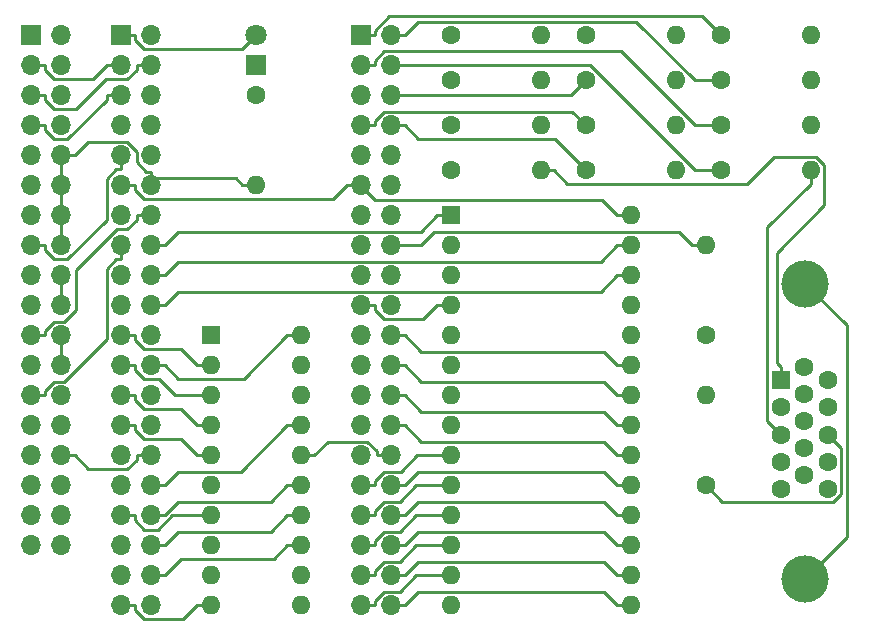
<source format=gbr>
G04 #@! TF.GenerationSoftware,KiCad,Pcbnew,5.0.2-1.fc29*
G04 #@! TF.CreationDate,2019-02-04T20:54:41+00:00*
G04 #@! TF.ProjectId,daughter,64617567-6874-4657-922e-6b696361645f,rev?*
G04 #@! TF.SameCoordinates,Original*
G04 #@! TF.FileFunction,Copper,L1,Top*
G04 #@! TF.FilePolarity,Positive*
%FSLAX46Y46*%
G04 Gerber Fmt 4.6, Leading zero omitted, Abs format (unit mm)*
G04 Created by KiCad (PCBNEW 5.0.2-1.fc29) date Mon 04 Feb 2019 20:54:41 GMT*
%MOMM*%
%LPD*%
G01*
G04 APERTURE LIST*
G04 #@! TA.AperFunction,ComponentPad*
%ADD10C,1.600000*%
G04 #@! TD*
G04 #@! TA.AperFunction,ComponentPad*
%ADD11O,1.600000X1.600000*%
G04 #@! TD*
G04 #@! TA.AperFunction,ComponentPad*
%ADD12R,1.600000X1.600000*%
G04 #@! TD*
G04 #@! TA.AperFunction,ComponentPad*
%ADD13R,1.700000X1.700000*%
G04 #@! TD*
G04 #@! TA.AperFunction,ComponentPad*
%ADD14O,1.700000X1.700000*%
G04 #@! TD*
G04 #@! TA.AperFunction,ComponentPad*
%ADD15C,4.000000*%
G04 #@! TD*
G04 #@! TA.AperFunction,ComponentPad*
%ADD16R,1.800000X1.800000*%
G04 #@! TD*
G04 #@! TA.AperFunction,ComponentPad*
%ADD17C,1.800000*%
G04 #@! TD*
G04 #@! TA.AperFunction,Conductor*
%ADD18C,0.250000*%
G04 #@! TD*
G04 APERTURE END LIST*
D10*
G04 #@! TO.P,R14,1*
G04 #@! TO.N,Net-(J5-Pad14)*
X133350000Y-120650000D03*
D11*
G04 #@! TO.P,R14,2*
G04 #@! TO.N,/VSYNC*
X133350000Y-113030000D03*
G04 #@! TD*
G04 #@! TO.P,R11,2*
G04 #@! TO.N,/B*
X142240000Y-99060000D03*
D10*
G04 #@! TO.P,R11,1*
G04 #@! TO.N,/B1*
X134620000Y-99060000D03*
G04 #@! TD*
G04 #@! TO.P,R5,1*
G04 #@! TO.N,/G3*
X123190000Y-106680000D03*
D11*
G04 #@! TO.P,R5,2*
G04 #@! TO.N,/G*
X130810000Y-106680000D03*
G04 #@! TD*
D10*
G04 #@! TO.P,R3,1*
G04 #@! TO.N,/R1*
X111760000Y-99060000D03*
D11*
G04 #@! TO.P,R3,2*
G04 #@! TO.N,/R*
X119380000Y-99060000D03*
G04 #@! TD*
G04 #@! TO.P,R4,2*
G04 #@! TO.N,/R*
X119380000Y-95250000D03*
D10*
G04 #@! TO.P,R4,1*
G04 #@! TO.N,/R0*
X111760000Y-95250000D03*
G04 #@! TD*
D12*
G04 #@! TO.P,U1,1*
G04 #@! TO.N,/A15*
X111760000Y-110490000D03*
D11*
G04 #@! TO.P,U1,15*
G04 #@! TO.N,/D3*
X127000000Y-143510000D03*
G04 #@! TO.P,U1,2*
G04 #@! TO.N,/A12*
X111760000Y-113030000D03*
G04 #@! TO.P,U1,16*
G04 #@! TO.N,/D4*
X127000000Y-140970000D03*
G04 #@! TO.P,U1,3*
G04 #@! TO.N,/A7*
X111760000Y-115570000D03*
G04 #@! TO.P,U1,17*
G04 #@! TO.N,/D5*
X127000000Y-138430000D03*
G04 #@! TO.P,U1,4*
G04 #@! TO.N,/A6*
X111760000Y-118110000D03*
G04 #@! TO.P,U1,18*
G04 #@! TO.N,/D6*
X127000000Y-135890000D03*
G04 #@! TO.P,U1,5*
G04 #@! TO.N,/A5*
X111760000Y-120650000D03*
G04 #@! TO.P,U1,19*
G04 #@! TO.N,/D7*
X127000000Y-133350000D03*
G04 #@! TO.P,U1,6*
G04 #@! TO.N,/A4*
X111760000Y-123190000D03*
G04 #@! TO.P,U1,20*
G04 #@! TO.N,/CE_n*
X127000000Y-130810000D03*
G04 #@! TO.P,U1,7*
G04 #@! TO.N,/A3*
X111760000Y-125730000D03*
G04 #@! TO.P,U1,21*
G04 #@! TO.N,/A10*
X127000000Y-128270000D03*
G04 #@! TO.P,U1,8*
G04 #@! TO.N,/A2*
X111760000Y-128270000D03*
G04 #@! TO.P,U1,22*
G04 #@! TO.N,/OE_n*
X127000000Y-125730000D03*
G04 #@! TO.P,U1,9*
G04 #@! TO.N,/A1*
X111760000Y-130810000D03*
G04 #@! TO.P,U1,23*
G04 #@! TO.N,/A11*
X127000000Y-123190000D03*
G04 #@! TO.P,U1,10*
G04 #@! TO.N,/A0*
X111760000Y-133350000D03*
G04 #@! TO.P,U1,24*
G04 #@! TO.N,/A9*
X127000000Y-120650000D03*
G04 #@! TO.P,U1,11*
G04 #@! TO.N,/D0*
X111760000Y-135890000D03*
G04 #@! TO.P,U1,25*
G04 #@! TO.N,/A8*
X127000000Y-118110000D03*
G04 #@! TO.P,U1,12*
G04 #@! TO.N,/D1*
X111760000Y-138430000D03*
G04 #@! TO.P,U1,26*
G04 #@! TO.N,/A13*
X127000000Y-115570000D03*
G04 #@! TO.P,U1,13*
G04 #@! TO.N,/D2*
X111760000Y-140970000D03*
G04 #@! TO.P,U1,27*
G04 #@! TO.N,/A14*
X127000000Y-113030000D03*
G04 #@! TO.P,U1,14*
G04 #@! TO.N,/0V*
X111760000Y-143510000D03*
G04 #@! TO.P,U1,28*
G04 #@! TO.N,/5V*
X127000000Y-110490000D03*
G04 #@! TD*
G04 #@! TO.P,R6,2*
G04 #@! TO.N,/G*
X130810000Y-102870000D03*
D10*
G04 #@! TO.P,R6,1*
G04 #@! TO.N,/G2*
X123190000Y-102870000D03*
G04 #@! TD*
G04 #@! TO.P,R10,1*
G04 #@! TO.N,/B2*
X134620000Y-102870000D03*
D11*
G04 #@! TO.P,R10,2*
G04 #@! TO.N,/B*
X142240000Y-102870000D03*
G04 #@! TD*
D12*
G04 #@! TO.P,J1,1*
G04 #@! TO.N,/POT0*
X91440000Y-120650000D03*
D11*
G04 #@! TO.P,J1,11*
G04 #@! TO.N,/5V*
X99060000Y-143510000D03*
G04 #@! TO.P,J1,2*
G04 #@! TO.N,/POT2*
X91440000Y-123190000D03*
G04 #@! TO.P,J1,12*
G04 #@! TO.N,/PIN7*
X99060000Y-140970000D03*
G04 #@! TO.P,J1,3*
G04 #@! TO.N,/POT4*
X91440000Y-125730000D03*
G04 #@! TO.P,J1,13*
G04 #@! TO.N,/PIN5*
X99060000Y-138430000D03*
G04 #@! TO.P,J1,4*
G04 #@! TO.N,/POT6*
X91440000Y-128270000D03*
G04 #@! TO.P,J1,14*
G04 #@! TO.N,/PIN3*
X99060000Y-135890000D03*
G04 #@! TO.P,J1,5*
G04 #@! TO.N,/OTSTB_n*
X91440000Y-130810000D03*
G04 #@! TO.P,J1,15*
G04 #@! TO.N,/PIN1*
X99060000Y-133350000D03*
G04 #@! TO.P,J1,6*
G04 #@! TO.N,/PIN0*
X91440000Y-133350000D03*
G04 #@! TO.P,J1,16*
G04 #@! TO.N,/0V*
X99060000Y-130810000D03*
G04 #@! TO.P,J1,7*
G04 #@! TO.N,/PIN2*
X91440000Y-135890000D03*
G04 #@! TO.P,J1,17*
G04 #@! TO.N,/POT7*
X99060000Y-128270000D03*
G04 #@! TO.P,J1,8*
G04 #@! TO.N,/PIN4*
X91440000Y-138430000D03*
G04 #@! TO.P,J1,18*
G04 #@! TO.N,/POT5*
X99060000Y-125730000D03*
G04 #@! TO.P,J1,9*
G04 #@! TO.N,/PIN6*
X91440000Y-140970000D03*
G04 #@! TO.P,J1,19*
G04 #@! TO.N,/POT3*
X99060000Y-123190000D03*
G04 #@! TO.P,J1,10*
G04 #@! TO.N,/INSTB*
X91440000Y-143510000D03*
G04 #@! TO.P,J1,20*
G04 #@! TO.N,/POT1*
X99060000Y-120650000D03*
G04 #@! TD*
D13*
G04 #@! TO.P,J4,1*
G04 #@! TO.N,/B0*
X104140000Y-95250000D03*
D14*
G04 #@! TO.P,J4,2*
G04 #@! TO.N,/B1*
X106680000Y-95250000D03*
G04 #@! TO.P,J4,3*
G04 #@! TO.N,/B2*
X104140000Y-97790000D03*
G04 #@! TO.P,J4,4*
G04 #@! TO.N,/B3*
X106680000Y-97790000D03*
G04 #@! TO.P,J4,5*
G04 #@! TO.N,/G0*
X104140000Y-100330000D03*
G04 #@! TO.P,J4,6*
G04 #@! TO.N,/G1*
X106680000Y-100330000D03*
G04 #@! TO.P,J4,7*
G04 #@! TO.N,/G2*
X104140000Y-102870000D03*
G04 #@! TO.P,J4,8*
G04 #@! TO.N,/G3*
X106680000Y-102870000D03*
G04 #@! TO.P,J4,9*
G04 #@! TO.N,/R0*
X104140000Y-105410000D03*
G04 #@! TO.P,J4,10*
G04 #@! TO.N,/R1*
X106680000Y-105410000D03*
G04 #@! TO.P,J4,11*
G04 #@! TO.N,/5V*
X104140000Y-107950000D03*
G04 #@! TO.P,J4,12*
G04 #@! TO.N,/0V*
X106680000Y-107950000D03*
G04 #@! TO.P,J4,13*
G04 #@! TO.N,/R2*
X104140000Y-110490000D03*
G04 #@! TO.P,J4,14*
G04 #@! TO.N,/R3*
X106680000Y-110490000D03*
G04 #@! TO.P,J4,15*
G04 #@! TO.N,/HSYNC*
X104140000Y-113030000D03*
G04 #@! TO.P,J4,16*
G04 #@! TO.N,/VSYNC*
X106680000Y-113030000D03*
G04 #@! TO.P,J4,17*
G04 #@! TO.N,/A7*
X104140000Y-115570000D03*
G04 #@! TO.P,J4,18*
G04 #@! TO.N,/A8*
X106680000Y-115570000D03*
G04 #@! TO.P,J4,19*
G04 #@! TO.N,/A6*
X104140000Y-118110000D03*
G04 #@! TO.P,J4,20*
G04 #@! TO.N,/A9*
X106680000Y-118110000D03*
G04 #@! TO.P,J4,21*
G04 #@! TO.N,/A5*
X104140000Y-120650000D03*
G04 #@! TO.P,J4,22*
G04 #@! TO.N,/A11*
X106680000Y-120650000D03*
G04 #@! TO.P,J4,23*
G04 #@! TO.N,/A4*
X104140000Y-123190000D03*
G04 #@! TO.P,J4,24*
G04 #@! TO.N,/OE_n*
X106680000Y-123190000D03*
G04 #@! TO.P,J4,25*
G04 #@! TO.N,/A3*
X104140000Y-125730000D03*
G04 #@! TO.P,J4,26*
G04 #@! TO.N,/A10*
X106680000Y-125730000D03*
G04 #@! TO.P,J4,27*
G04 #@! TO.N,/A2*
X104140000Y-128270000D03*
G04 #@! TO.P,J4,28*
G04 #@! TO.N,/CE_n*
X106680000Y-128270000D03*
G04 #@! TO.P,J4,29*
G04 #@! TO.N,/3V3*
X104140000Y-130810000D03*
G04 #@! TO.P,J4,30*
G04 #@! TO.N,/0V*
X106680000Y-130810000D03*
G04 #@! TO.P,J4,31*
G04 #@! TO.N,/A1*
X104140000Y-133350000D03*
G04 #@! TO.P,J4,32*
G04 #@! TO.N,/D7*
X106680000Y-133350000D03*
G04 #@! TO.P,J4,33*
G04 #@! TO.N,/A0*
X104140000Y-135890000D03*
G04 #@! TO.P,J4,34*
G04 #@! TO.N,/D6*
X106680000Y-135890000D03*
G04 #@! TO.P,J4,35*
G04 #@! TO.N,/D0*
X104140000Y-138430000D03*
G04 #@! TO.P,J4,36*
G04 #@! TO.N,/D5*
X106680000Y-138430000D03*
G04 #@! TO.P,J4,37*
G04 #@! TO.N,/D1*
X104140000Y-140970000D03*
G04 #@! TO.P,J4,38*
G04 #@! TO.N,/D4*
X106680000Y-140970000D03*
G04 #@! TO.P,J4,39*
G04 #@! TO.N,/D2*
X104140000Y-143510000D03*
G04 #@! TO.P,J4,40*
G04 #@! TO.N,/D3*
X106680000Y-143510000D03*
G04 #@! TD*
D11*
G04 #@! TO.P,R9,2*
G04 #@! TO.N,/B*
X142240000Y-106680000D03*
D10*
G04 #@! TO.P,R9,1*
G04 #@! TO.N,/B3*
X134620000Y-106680000D03*
G04 #@! TD*
D11*
G04 #@! TO.P,R13,2*
G04 #@! TO.N,/HSYNC*
X133350000Y-125730000D03*
D10*
G04 #@! TO.P,R13,1*
G04 #@! TO.N,Net-(J5-Pad13)*
X133350000Y-133350000D03*
G04 #@! TD*
D14*
G04 #@! TO.P,J2,40*
G04 #@! TO.N,/PIN7*
X86360000Y-143510000D03*
G04 #@! TO.P,J2,39*
G04 #@! TO.N,/INSTB*
X83820000Y-143510000D03*
G04 #@! TO.P,J2,38*
G04 #@! TO.N,/PIN5*
X86360000Y-140970000D03*
G04 #@! TO.P,J2,37*
G04 #@! TO.N,/PIN6*
X83820000Y-140970000D03*
G04 #@! TO.P,J2,36*
G04 #@! TO.N,/PIN3*
X86360000Y-138430000D03*
G04 #@! TO.P,J2,35*
G04 #@! TO.N,/PIN4*
X83820000Y-138430000D03*
G04 #@! TO.P,J2,34*
G04 #@! TO.N,/PIN1*
X86360000Y-135890000D03*
G04 #@! TO.P,J2,33*
G04 #@! TO.N,/PIN2*
X83820000Y-135890000D03*
G04 #@! TO.P,J2,32*
G04 #@! TO.N,/POT7*
X86360000Y-133350000D03*
G04 #@! TO.P,J2,31*
G04 #@! TO.N,/PIN0*
X83820000Y-133350000D03*
G04 #@! TO.P,J2,30*
G04 #@! TO.N,/0V*
X86360000Y-130810000D03*
G04 #@! TO.P,J2,29*
G04 #@! TO.N,/3V3*
X83820000Y-130810000D03*
G04 #@! TO.P,J2,28*
G04 #@! TO.N,/POT5*
X86360000Y-128270000D03*
G04 #@! TO.P,J2,27*
G04 #@! TO.N,/OTSTB_n*
X83820000Y-128270000D03*
G04 #@! TO.P,J2,26*
G04 #@! TO.N,/POT3*
X86360000Y-125730000D03*
G04 #@! TO.P,J2,25*
G04 #@! TO.N,/POT6*
X83820000Y-125730000D03*
G04 #@! TO.P,J2,24*
G04 #@! TO.N,/POT1*
X86360000Y-123190000D03*
G04 #@! TO.P,J2,23*
G04 #@! TO.N,/POT4*
X83820000Y-123190000D03*
G04 #@! TO.P,J2,22*
G04 #@! TO.N,/A12*
X86360000Y-120650000D03*
G04 #@! TO.P,J2,21*
G04 #@! TO.N,/POT2*
X83820000Y-120650000D03*
G04 #@! TO.P,J2,20*
G04 #@! TO.N,/A13*
X86360000Y-118110000D03*
G04 #@! TO.P,J2,19*
G04 #@! TO.N,/POT0*
X83820000Y-118110000D03*
G04 #@! TO.P,J2,18*
G04 #@! TO.N,/A14*
X86360000Y-115570000D03*
G04 #@! TO.P,J2,17*
G04 #@! TO.N,/ERROR_n*
X83820000Y-115570000D03*
G04 #@! TO.P,J2,16*
G04 #@! TO.N,/A15*
X86360000Y-113030000D03*
G04 #@! TO.P,J2,15*
G04 #@! TO.N,/SLCT*
X83820000Y-113030000D03*
G04 #@! TO.P,J2,14*
G04 #@! TO.N,/BUSY*
X86360000Y-110490000D03*
G04 #@! TO.P,J2,13*
G04 #@! TO.N,/PE*
X83820000Y-110490000D03*
G04 #@! TO.P,J2,12*
G04 #@! TO.N,/0V*
X86360000Y-107950000D03*
G04 #@! TO.P,J2,11*
G04 #@! TO.N,/5V*
X83820000Y-107950000D03*
G04 #@! TO.P,J2,10*
G04 #@! TO.N,/PRD7*
X86360000Y-105410000D03*
G04 #@! TO.P,J2,9*
G04 #@! TO.N,/PRD6*
X83820000Y-105410000D03*
G04 #@! TO.P,J2,8*
G04 #@! TO.N,/PRD5*
X86360000Y-102870000D03*
G04 #@! TO.P,J2,7*
G04 #@! TO.N,/PRD4*
X83820000Y-102870000D03*
G04 #@! TO.P,J2,6*
G04 #@! TO.N,/PRD3*
X86360000Y-100330000D03*
G04 #@! TO.P,J2,5*
G04 #@! TO.N,/PRD2*
X83820000Y-100330000D03*
G04 #@! TO.P,J2,4*
G04 #@! TO.N,/PRD1*
X86360000Y-97790000D03*
G04 #@! TO.P,J2,3*
G04 #@! TO.N,/PRD0*
X83820000Y-97790000D03*
G04 #@! TO.P,J2,2*
G04 #@! TO.N,/STROBE_n*
X86360000Y-95250000D03*
D13*
G04 #@! TO.P,J2,1*
G04 #@! TO.N,/LED*
X83820000Y-95250000D03*
G04 #@! TD*
D10*
G04 #@! TO.P,R12,1*
G04 #@! TO.N,/B0*
X134620000Y-95250000D03*
D11*
G04 #@! TO.P,R12,2*
G04 #@! TO.N,/B*
X142240000Y-95250000D03*
G04 #@! TD*
D12*
G04 #@! TO.P,J5,1*
G04 #@! TO.N,/R*
X139700000Y-124460000D03*
D10*
G04 #@! TO.P,J5,2*
G04 #@! TO.N,/G*
X139700000Y-126750000D03*
G04 #@! TO.P,J5,3*
G04 #@! TO.N,/B*
X139700000Y-129040000D03*
G04 #@! TO.P,J5,4*
G04 #@! TO.N,Net-(J5-Pad4)*
X139700000Y-131330000D03*
G04 #@! TO.P,J5,5*
G04 #@! TO.N,/0V*
X139700000Y-133620000D03*
G04 #@! TO.P,J5,6*
X141680000Y-123315000D03*
G04 #@! TO.P,J5,7*
X141680000Y-125605000D03*
G04 #@! TO.P,J5,8*
X141680000Y-127895000D03*
G04 #@! TO.P,J5,9*
G04 #@! TO.N,Net-(J5-Pad9)*
X141680000Y-130185000D03*
G04 #@! TO.P,J5,10*
G04 #@! TO.N,/0V*
X141680000Y-132475000D03*
G04 #@! TO.P,J5,11*
G04 #@! TO.N,Net-(J5-Pad11)*
X143660000Y-124460000D03*
G04 #@! TO.P,J5,12*
G04 #@! TO.N,Net-(J5-Pad12)*
X143660000Y-126750000D03*
G04 #@! TO.P,J5,13*
G04 #@! TO.N,Net-(J5-Pad13)*
X143660000Y-129040000D03*
G04 #@! TO.P,J5,14*
G04 #@! TO.N,Net-(J5-Pad14)*
X143660000Y-131330000D03*
G04 #@! TO.P,J5,15*
G04 #@! TO.N,Net-(J5-Pad15)*
X143660000Y-133620000D03*
D15*
G04 #@! TO.P,J5,0*
G04 #@! TO.N,Net-(J5-Pad0)*
X141750000Y-141275000D03*
X141750000Y-116275000D03*
G04 #@! TD*
D11*
G04 #@! TO.P,R8,2*
G04 #@! TO.N,/G*
X130810000Y-95250000D03*
D10*
G04 #@! TO.P,R8,1*
G04 #@! TO.N,/G0*
X123190000Y-95250000D03*
G04 #@! TD*
G04 #@! TO.P,R7,1*
G04 #@! TO.N,/G1*
X123190000Y-99060000D03*
D11*
G04 #@! TO.P,R7,2*
G04 #@! TO.N,/G*
X130810000Y-99060000D03*
G04 #@! TD*
G04 #@! TO.P,R2,2*
G04 #@! TO.N,/R*
X119380000Y-102870000D03*
D10*
G04 #@! TO.P,R2,1*
G04 #@! TO.N,/R2*
X111760000Y-102870000D03*
G04 #@! TD*
G04 #@! TO.P,R1,1*
G04 #@! TO.N,/R3*
X111760000Y-106680000D03*
D11*
G04 #@! TO.P,R1,2*
G04 #@! TO.N,/R*
X119380000Y-106680000D03*
G04 #@! TD*
D14*
G04 #@! TO.P,J3,36*
G04 #@! TO.N,Net-(J3-Pad36)*
X78740000Y-138430000D03*
G04 #@! TO.P,J3,35*
G04 #@! TO.N,Net-(J3-Pad35)*
X76200000Y-138430000D03*
G04 #@! TO.P,J3,34*
G04 #@! TO.N,Net-(J3-Pad34)*
X78740000Y-135890000D03*
G04 #@! TO.P,J3,33*
G04 #@! TO.N,/0V*
X76200000Y-135890000D03*
G04 #@! TO.P,J3,32*
G04 #@! TO.N,Net-(J3-Pad32)*
X78740000Y-133350000D03*
G04 #@! TO.P,J3,31*
G04 #@! TO.N,/0V*
X76200000Y-133350000D03*
G04 #@! TO.P,J3,30*
X78740000Y-130810000D03*
G04 #@! TO.P,J3,29*
G04 #@! TO.N,Net-(J3-Pad29)*
X76200000Y-130810000D03*
G04 #@! TO.P,J3,28*
G04 #@! TO.N,/ERROR_n*
X78740000Y-128270000D03*
G04 #@! TO.P,J3,27*
G04 #@! TO.N,Net-(J3-Pad27)*
X76200000Y-128270000D03*
G04 #@! TO.P,J3,26*
G04 #@! TO.N,Net-(J3-Pad26)*
X78740000Y-125730000D03*
G04 #@! TO.P,J3,25*
G04 #@! TO.N,/SLCT*
X76200000Y-125730000D03*
G04 #@! TO.P,J3,24*
G04 #@! TO.N,/0V*
X78740000Y-123190000D03*
G04 #@! TO.P,J3,23*
G04 #@! TO.N,/PE*
X76200000Y-123190000D03*
G04 #@! TO.P,J3,22*
G04 #@! TO.N,/0V*
X78740000Y-120650000D03*
G04 #@! TO.P,J3,21*
G04 #@! TO.N,/BUSY*
X76200000Y-120650000D03*
G04 #@! TO.P,J3,20*
G04 #@! TO.N,/0V*
X78740000Y-118110000D03*
G04 #@! TO.P,J3,19*
G04 #@! TO.N,Net-(J3-Pad19)*
X76200000Y-118110000D03*
G04 #@! TO.P,J3,18*
G04 #@! TO.N,/0V*
X78740000Y-115570000D03*
G04 #@! TO.P,J3,17*
G04 #@! TO.N,/PRD7*
X76200000Y-115570000D03*
G04 #@! TO.P,J3,16*
G04 #@! TO.N,/0V*
X78740000Y-113030000D03*
G04 #@! TO.P,J3,15*
G04 #@! TO.N,/PRD6*
X76200000Y-113030000D03*
G04 #@! TO.P,J3,14*
G04 #@! TO.N,/0V*
X78740000Y-110490000D03*
G04 #@! TO.P,J3,13*
G04 #@! TO.N,/PRD5*
X76200000Y-110490000D03*
G04 #@! TO.P,J3,12*
G04 #@! TO.N,/0V*
X78740000Y-107950000D03*
G04 #@! TO.P,J3,11*
G04 #@! TO.N,/PRD4*
X76200000Y-107950000D03*
G04 #@! TO.P,J3,10*
G04 #@! TO.N,/0V*
X78740000Y-105410000D03*
G04 #@! TO.P,J3,9*
G04 #@! TO.N,/PRD3*
X76200000Y-105410000D03*
G04 #@! TO.P,J3,8*
G04 #@! TO.N,/0V*
X78740000Y-102870000D03*
G04 #@! TO.P,J3,7*
G04 #@! TO.N,/PRD2*
X76200000Y-102870000D03*
G04 #@! TO.P,J3,6*
G04 #@! TO.N,/0V*
X78740000Y-100330000D03*
G04 #@! TO.P,J3,5*
G04 #@! TO.N,/PRD1*
X76200000Y-100330000D03*
G04 #@! TO.P,J3,4*
G04 #@! TO.N,/0V*
X78740000Y-97790000D03*
G04 #@! TO.P,J3,3*
G04 #@! TO.N,/PRD0*
X76200000Y-97790000D03*
G04 #@! TO.P,J3,2*
G04 #@! TO.N,/0V*
X78740000Y-95250000D03*
D13*
G04 #@! TO.P,J3,1*
G04 #@! TO.N,/STROBE_n*
X76200000Y-95250000D03*
G04 #@! TD*
D16*
G04 #@! TO.P,D1,1*
G04 #@! TO.N,Net-(D1-Pad1)*
X95250000Y-97790000D03*
D17*
G04 #@! TO.P,D1,2*
G04 #@! TO.N,/LED*
X95250000Y-95250000D03*
G04 #@! TD*
D10*
G04 #@! TO.P,R15,1*
G04 #@! TO.N,Net-(D1-Pad1)*
X95250000Y-100330000D03*
D11*
G04 #@! TO.P,R15,2*
G04 #@! TO.N,/0V*
X95250000Y-107950000D03*
G04 #@! TD*
D18*
G04 #@! TO.N,/POT2*
X91440000Y-123190000D02*
X90314700Y-123190000D01*
X83820000Y-120650000D02*
X84995300Y-120650000D01*
X84995300Y-120650000D02*
X84995300Y-121017400D01*
X84995300Y-121017400D02*
X85803200Y-121825300D01*
X85803200Y-121825300D02*
X88950000Y-121825300D01*
X88950000Y-121825300D02*
X90314700Y-123190000D01*
G04 #@! TO.N,/POT4*
X83820000Y-123190000D02*
X84995300Y-123190000D01*
X84995300Y-123190000D02*
X84995300Y-123557400D01*
X84995300Y-123557400D02*
X85803200Y-124365300D01*
X85803200Y-124365300D02*
X87046900Y-124365300D01*
X87046900Y-124365300D02*
X88411600Y-125730000D01*
X88411600Y-125730000D02*
X91440000Y-125730000D01*
G04 #@! TO.N,/POT6*
X91440000Y-128270000D02*
X90314700Y-128270000D01*
X83820000Y-125730000D02*
X84995300Y-125730000D01*
X84995300Y-125730000D02*
X84995300Y-126097400D01*
X84995300Y-126097400D02*
X85803200Y-126905300D01*
X85803200Y-126905300D02*
X88950000Y-126905300D01*
X88950000Y-126905300D02*
X90314700Y-128270000D01*
G04 #@! TO.N,/OTSTB_n*
X91440000Y-130810000D02*
X90314700Y-130810000D01*
X83820000Y-128270000D02*
X84995300Y-128270000D01*
X84995300Y-128270000D02*
X84995300Y-128637400D01*
X84995300Y-128637400D02*
X85803200Y-129445300D01*
X85803200Y-129445300D02*
X88950000Y-129445300D01*
X88950000Y-129445300D02*
X90314700Y-130810000D01*
G04 #@! TO.N,/PIN2*
X83820000Y-135890000D02*
X84995300Y-135890000D01*
X84995300Y-135890000D02*
X84995300Y-136257300D01*
X84995300Y-136257300D02*
X85820200Y-137082200D01*
X85820200Y-137082200D02*
X86980000Y-137082200D01*
X86980000Y-137082200D02*
X88172200Y-135890000D01*
X88172200Y-135890000D02*
X91440000Y-135890000D01*
G04 #@! TO.N,/INSTB*
X91440000Y-143510000D02*
X90314700Y-143510000D01*
X83820000Y-143510000D02*
X84995300Y-143510000D01*
X84995300Y-143510000D02*
X84995300Y-143877300D01*
X84995300Y-143877300D02*
X85808900Y-144690900D01*
X85808900Y-144690900D02*
X89133800Y-144690900D01*
X89133800Y-144690900D02*
X90314700Y-143510000D01*
G04 #@! TO.N,/5V*
X127000000Y-110490000D02*
X125874700Y-110490000D01*
X104094700Y-107950000D02*
X105364700Y-109220000D01*
X105364700Y-109220000D02*
X124604700Y-109220000D01*
X124604700Y-109220000D02*
X125874700Y-110490000D01*
X104140000Y-107950000D02*
X104094700Y-107950000D01*
X103552400Y-107950000D02*
X102964700Y-107950000D01*
X103552400Y-107950000D02*
X104094700Y-107950000D01*
X83820000Y-107950000D02*
X84995300Y-107950000D01*
X84995300Y-107950000D02*
X84995300Y-108317300D01*
X84995300Y-108317300D02*
X85803300Y-109125300D01*
X85803300Y-109125300D02*
X101789400Y-109125300D01*
X101789400Y-109125300D02*
X102964700Y-107950000D01*
G04 #@! TO.N,/PIN5*
X99060000Y-138430000D02*
X97934700Y-138430000D01*
X86360000Y-140970000D02*
X87535300Y-140970000D01*
X87535300Y-140970000D02*
X88950000Y-139555300D01*
X88950000Y-139555300D02*
X96809400Y-139555300D01*
X96809400Y-139555300D02*
X97934700Y-138430000D01*
G04 #@! TO.N,/PIN3*
X86360000Y-138430000D02*
X87535300Y-138430000D01*
X99060000Y-135890000D02*
X97934700Y-135890000D01*
X87535300Y-138430000D02*
X88710600Y-137254700D01*
X88710600Y-137254700D02*
X96570000Y-137254700D01*
X96570000Y-137254700D02*
X97934700Y-135890000D01*
G04 #@! TO.N,/PIN1*
X86360000Y-135890000D02*
X87535300Y-135890000D01*
X99060000Y-133350000D02*
X97934700Y-133350000D01*
X87535300Y-135890000D02*
X88710600Y-134714700D01*
X88710600Y-134714700D02*
X96570000Y-134714700D01*
X96570000Y-134714700D02*
X97934700Y-133350000D01*
G04 #@! TO.N,/0V*
X106680000Y-130810000D02*
X105504700Y-130810000D01*
X99060000Y-130810000D02*
X100185300Y-130810000D01*
X100185300Y-130810000D02*
X101360600Y-129634700D01*
X101360600Y-129634700D02*
X104696800Y-129634700D01*
X104696800Y-129634700D02*
X105504700Y-130442600D01*
X105504700Y-130442600D02*
X105504700Y-130810000D01*
X86360000Y-130810000D02*
X85184700Y-130810000D01*
X78740000Y-130810000D02*
X79915300Y-130810000D01*
X79915300Y-130810000D02*
X81090600Y-131985300D01*
X81090600Y-131985300D02*
X84376800Y-131985300D01*
X84376800Y-131985300D02*
X85184700Y-131177400D01*
X85184700Y-131177400D02*
X85184700Y-130810000D01*
X95250000Y-107950000D02*
X94124700Y-107950000D01*
X86360000Y-107362300D02*
X93537000Y-107362300D01*
X93537000Y-107362300D02*
X94124700Y-107950000D01*
X86360000Y-107362300D02*
X86360000Y-106774700D01*
X86360000Y-107950000D02*
X86360000Y-107362300D01*
X78740000Y-105410000D02*
X79915300Y-105410000D01*
X79915300Y-105410000D02*
X81090700Y-104234600D01*
X81090700Y-104234600D02*
X84309400Y-104234600D01*
X84309400Y-104234600D02*
X85184700Y-105109900D01*
X85184700Y-105109900D02*
X85184700Y-105966800D01*
X85184700Y-105966800D02*
X85992600Y-106774700D01*
X85992600Y-106774700D02*
X86360000Y-106774700D01*
X78740000Y-105410000D02*
X78740000Y-107950000D01*
X78740000Y-120650000D02*
X78740000Y-123190000D01*
X78740000Y-115570000D02*
X78740000Y-118110000D01*
X78740000Y-110490000D02*
X78740000Y-113030000D01*
X78740000Y-107950000D02*
X78740000Y-110490000D01*
G04 #@! TO.N,/POT7*
X99060000Y-128270000D02*
X97934700Y-128270000D01*
X86360000Y-133350000D02*
X87535300Y-133350000D01*
X87535300Y-133350000D02*
X88710600Y-132174700D01*
X88710600Y-132174700D02*
X94030000Y-132174700D01*
X94030000Y-132174700D02*
X97934700Y-128270000D01*
G04 #@! TO.N,/POT1*
X99060000Y-120650000D02*
X97934700Y-120650000D01*
X86360000Y-123190000D02*
X87535300Y-123190000D01*
X87535300Y-123190000D02*
X88683000Y-124337700D01*
X88683000Y-124337700D02*
X94247000Y-124337700D01*
X94247000Y-124337700D02*
X97934700Y-120650000D01*
G04 #@! TO.N,/SLCT*
X83820000Y-113030000D02*
X83820000Y-114205300D01*
X76200000Y-125730000D02*
X77375300Y-125730000D01*
X77375300Y-125730000D02*
X77375300Y-125362600D01*
X77375300Y-125362600D02*
X78183200Y-124554700D01*
X78183200Y-124554700D02*
X79040000Y-124554700D01*
X79040000Y-124554700D02*
X82644700Y-120950000D01*
X82644700Y-120950000D02*
X82644700Y-115013200D01*
X82644700Y-115013200D02*
X83452600Y-114205300D01*
X83452600Y-114205300D02*
X83820000Y-114205300D01*
G04 #@! TO.N,/BUSY*
X86360000Y-110490000D02*
X85184700Y-110490000D01*
X76200000Y-120650000D02*
X77375300Y-120650000D01*
X77375300Y-120650000D02*
X77375300Y-120282600D01*
X77375300Y-120282600D02*
X78183200Y-119474700D01*
X78183200Y-119474700D02*
X79052100Y-119474700D01*
X79052100Y-119474700D02*
X80010000Y-118516800D01*
X80010000Y-118516800D02*
X80010000Y-115151100D01*
X80010000Y-115151100D02*
X83495800Y-111665300D01*
X83495800Y-111665300D02*
X84376800Y-111665300D01*
X84376800Y-111665300D02*
X85184700Y-110857400D01*
X85184700Y-110857400D02*
X85184700Y-110490000D01*
G04 #@! TO.N,/PRD6*
X83820000Y-105410000D02*
X83820000Y-106585300D01*
X76200000Y-113030000D02*
X77375300Y-113030000D01*
X77375300Y-113030000D02*
X77375300Y-113397300D01*
X77375300Y-113397300D02*
X78198600Y-114220600D01*
X78198600Y-114220600D02*
X79262400Y-114220600D01*
X79262400Y-114220600D02*
X82644700Y-110838300D01*
X82644700Y-110838300D02*
X82644700Y-107393200D01*
X82644700Y-107393200D02*
X83452600Y-106585300D01*
X83452600Y-106585300D02*
X83820000Y-106585300D01*
G04 #@! TO.N,/PRD2*
X83820000Y-100330000D02*
X82644700Y-100330000D01*
X76200000Y-102870000D02*
X77375300Y-102870000D01*
X77375300Y-102870000D02*
X77375300Y-103237300D01*
X77375300Y-103237300D02*
X78189000Y-104051000D01*
X78189000Y-104051000D02*
X79291000Y-104051000D01*
X79291000Y-104051000D02*
X82644700Y-100697300D01*
X82644700Y-100697300D02*
X82644700Y-100330000D01*
G04 #@! TO.N,/PRD1*
X86360000Y-97790000D02*
X85184700Y-97790000D01*
X76200000Y-100330000D02*
X77375300Y-100330000D01*
X77375300Y-100330000D02*
X77375300Y-100697300D01*
X77375300Y-100697300D02*
X78198600Y-101520600D01*
X78198600Y-101520600D02*
X80033700Y-101520600D01*
X80033700Y-101520600D02*
X82589000Y-98965300D01*
X82589000Y-98965300D02*
X84376800Y-98965300D01*
X84376800Y-98965300D02*
X85184700Y-98157400D01*
X85184700Y-98157400D02*
X85184700Y-97790000D01*
G04 #@! TO.N,/PRD0*
X83820000Y-97790000D02*
X82644700Y-97790000D01*
X76200000Y-97790000D02*
X77375300Y-97790000D01*
X77375300Y-97790000D02*
X77375300Y-98157300D01*
X77375300Y-98157300D02*
X78183300Y-98965300D01*
X78183300Y-98965300D02*
X81469400Y-98965300D01*
X81469400Y-98965300D02*
X82644700Y-97790000D01*
G04 #@! TO.N,/G3*
X106680000Y-102870000D02*
X107855300Y-102870000D01*
X107855300Y-102870000D02*
X109030600Y-104045300D01*
X109030600Y-104045300D02*
X120555300Y-104045300D01*
X120555300Y-104045300D02*
X123190000Y-106680000D01*
G04 #@! TO.N,/G2*
X104140000Y-102870000D02*
X105315300Y-102870000D01*
X105315300Y-102870000D02*
X105315300Y-102502700D01*
X105315300Y-102502700D02*
X106124400Y-101693600D01*
X106124400Y-101693600D02*
X122013600Y-101693600D01*
X122013600Y-101693600D02*
X123190000Y-102870000D01*
G04 #@! TO.N,/G1*
X106680000Y-100330000D02*
X121920000Y-100330000D01*
X121920000Y-100330000D02*
X123190000Y-99060000D01*
G04 #@! TO.N,/B3*
X106680000Y-97790000D02*
X123511600Y-97790000D01*
X123511600Y-97790000D02*
X132401600Y-106680000D01*
X132401600Y-106680000D02*
X134620000Y-106680000D01*
G04 #@! TO.N,/B2*
X105315300Y-97790000D02*
X105315300Y-97422700D01*
X105315300Y-97422700D02*
X106133600Y-96604400D01*
X106133600Y-96604400D02*
X126136000Y-96604400D01*
X126136000Y-96604400D02*
X132401600Y-102870000D01*
X132401600Y-102870000D02*
X134620000Y-102870000D01*
X104140000Y-97790000D02*
X105315300Y-97790000D01*
G04 #@! TO.N,/B1*
X106680000Y-95250000D02*
X107855300Y-95250000D01*
X107855300Y-95250000D02*
X108982200Y-94123100D01*
X108982200Y-94123100D02*
X127464700Y-94123100D01*
X127464700Y-94123100D02*
X132401600Y-99060000D01*
X132401600Y-99060000D02*
X134620000Y-99060000D01*
G04 #@! TO.N,/B0*
X104140000Y-95250000D02*
X105315300Y-95250000D01*
X105315300Y-95250000D02*
X105315300Y-94882700D01*
X105315300Y-94882700D02*
X106557000Y-93641000D01*
X106557000Y-93641000D02*
X133011000Y-93641000D01*
X133011000Y-93641000D02*
X134620000Y-95250000D01*
G04 #@! TO.N,/VSYNC*
X133350000Y-113030000D02*
X132224700Y-113030000D01*
X106680000Y-113030000D02*
X109224700Y-113030000D01*
X109224700Y-113030000D02*
X110350000Y-111904700D01*
X110350000Y-111904700D02*
X131099400Y-111904700D01*
X131099400Y-111904700D02*
X132224700Y-113030000D01*
G04 #@! TO.N,/R*
X119380000Y-106680000D02*
X120505300Y-106680000D01*
X139700000Y-124460000D02*
X139700000Y-123334700D01*
X139700000Y-123334700D02*
X139382800Y-123017500D01*
X139382800Y-123017500D02*
X139382800Y-113632400D01*
X139382800Y-113632400D02*
X143376100Y-109639100D01*
X143376100Y-109639100D02*
X143376100Y-106204500D01*
X143376100Y-106204500D02*
X142687600Y-105516000D01*
X142687600Y-105516000D02*
X139113500Y-105516000D01*
X139113500Y-105516000D02*
X136824200Y-107805300D01*
X136824200Y-107805300D02*
X121630600Y-107805300D01*
X121630600Y-107805300D02*
X120505300Y-106680000D01*
G04 #@! TO.N,/B*
X142240000Y-106680000D02*
X142240000Y-107805300D01*
X139700000Y-129040000D02*
X138560700Y-127900700D01*
X138560700Y-127900700D02*
X138560700Y-111484600D01*
X138560700Y-111484600D02*
X142240000Y-107805300D01*
G04 #@! TO.N,Net-(J5-Pad13)*
X143660000Y-129040000D02*
X144816500Y-130196500D01*
X144816500Y-130196500D02*
X144816500Y-134103000D01*
X144816500Y-134103000D02*
X144153900Y-134765600D01*
X144153900Y-134765600D02*
X134765600Y-134765600D01*
X134765600Y-134765600D02*
X133350000Y-133350000D01*
G04 #@! TO.N,Net-(J5-Pad0)*
X141750000Y-116275000D02*
X145284500Y-119809500D01*
X145284500Y-119809500D02*
X145284500Y-137740500D01*
X145284500Y-137740500D02*
X141750000Y-141275000D01*
G04 #@! TO.N,/D3*
X127000000Y-143510000D02*
X125874700Y-143510000D01*
X106680000Y-143510000D02*
X107855300Y-143510000D01*
X107855300Y-143510000D02*
X108980600Y-142384700D01*
X108980600Y-142384700D02*
X124749400Y-142384700D01*
X124749400Y-142384700D02*
X125874700Y-143510000D01*
G04 #@! TO.N,/D2*
X104140000Y-143510000D02*
X105315300Y-143510000D01*
X105315300Y-143510000D02*
X105315300Y-143142600D01*
X105315300Y-143142600D02*
X106123200Y-142334700D01*
X106123200Y-142334700D02*
X107455100Y-142334700D01*
X107455100Y-142334700D02*
X108819800Y-140970000D01*
X108819800Y-140970000D02*
X111760000Y-140970000D01*
G04 #@! TO.N,/D1*
X104140000Y-140970000D02*
X105315300Y-140970000D01*
X105315300Y-140970000D02*
X105315300Y-140602600D01*
X105315300Y-140602600D02*
X106123200Y-139794700D01*
X106123200Y-139794700D02*
X107455100Y-139794700D01*
X107455100Y-139794700D02*
X108819800Y-138430000D01*
X108819800Y-138430000D02*
X111760000Y-138430000D01*
G04 #@! TO.N,/D0*
X104140000Y-138430000D02*
X105315300Y-138430000D01*
X105315300Y-138430000D02*
X105315300Y-138062600D01*
X105315300Y-138062600D02*
X106123200Y-137254700D01*
X106123200Y-137254700D02*
X107455100Y-137254700D01*
X107455100Y-137254700D02*
X108819800Y-135890000D01*
X108819800Y-135890000D02*
X111760000Y-135890000D01*
G04 #@! TO.N,/D4*
X127000000Y-140970000D02*
X125874700Y-140970000D01*
X106680000Y-140970000D02*
X107855300Y-140970000D01*
X107855300Y-140970000D02*
X108980600Y-139844700D01*
X108980600Y-139844700D02*
X124749400Y-139844700D01*
X124749400Y-139844700D02*
X125874700Y-140970000D01*
G04 #@! TO.N,/D5*
X127000000Y-138430000D02*
X125874700Y-138430000D01*
X106680000Y-138430000D02*
X107855300Y-138430000D01*
X107855300Y-138430000D02*
X108980600Y-137304700D01*
X108980600Y-137304700D02*
X124749400Y-137304700D01*
X124749400Y-137304700D02*
X125874700Y-138430000D01*
G04 #@! TO.N,/D6*
X127000000Y-135890000D02*
X125874700Y-135890000D01*
X106680000Y-135890000D02*
X107855300Y-135890000D01*
X107855300Y-135890000D02*
X108980600Y-134764700D01*
X108980600Y-134764700D02*
X124749400Y-134764700D01*
X124749400Y-134764700D02*
X125874700Y-135890000D01*
G04 #@! TO.N,/D7*
X127000000Y-133350000D02*
X125874700Y-133350000D01*
X106680000Y-133350000D02*
X107855300Y-133350000D01*
X107855300Y-133350000D02*
X108980600Y-132224700D01*
X108980600Y-132224700D02*
X124749400Y-132224700D01*
X124749400Y-132224700D02*
X125874700Y-133350000D01*
G04 #@! TO.N,/CE_n*
X127000000Y-130810000D02*
X125874700Y-130810000D01*
X106680000Y-128270000D02*
X107855300Y-128270000D01*
X107855300Y-128270000D02*
X109270000Y-129684700D01*
X109270000Y-129684700D02*
X124749400Y-129684700D01*
X124749400Y-129684700D02*
X125874700Y-130810000D01*
G04 #@! TO.N,/OE_n*
X127000000Y-125730000D02*
X125874700Y-125730000D01*
X106680000Y-123190000D02*
X107855300Y-123190000D01*
X107855300Y-123190000D02*
X109270000Y-124604700D01*
X109270000Y-124604700D02*
X124749400Y-124604700D01*
X124749400Y-124604700D02*
X125874700Y-125730000D01*
G04 #@! TO.N,/A0*
X104140000Y-135890000D02*
X105315300Y-135890000D01*
X105315300Y-135890000D02*
X105315300Y-135522600D01*
X105315300Y-135522600D02*
X106123200Y-134714700D01*
X106123200Y-134714700D02*
X107455100Y-134714700D01*
X107455100Y-134714700D02*
X108819800Y-133350000D01*
X108819800Y-133350000D02*
X111760000Y-133350000D01*
G04 #@! TO.N,/A1*
X104140000Y-133350000D02*
X105315300Y-133350000D01*
X105315300Y-133350000D02*
X105315300Y-132982600D01*
X105315300Y-132982600D02*
X106123200Y-132174700D01*
X106123200Y-132174700D02*
X107564400Y-132174700D01*
X107564400Y-132174700D02*
X108929100Y-130810000D01*
X108929100Y-130810000D02*
X111760000Y-130810000D01*
G04 #@! TO.N,/A6*
X111760000Y-118110000D02*
X110634700Y-118110000D01*
X104140000Y-118110000D02*
X105315300Y-118110000D01*
X105315300Y-118110000D02*
X105315300Y-118477300D01*
X105315300Y-118477300D02*
X106138600Y-119300600D01*
X106138600Y-119300600D02*
X109444100Y-119300600D01*
X109444100Y-119300600D02*
X110634700Y-118110000D01*
G04 #@! TO.N,/A10*
X127000000Y-128270000D02*
X125874700Y-128270000D01*
X106680000Y-125730000D02*
X107855300Y-125730000D01*
X107855300Y-125730000D02*
X109270000Y-127144700D01*
X109270000Y-127144700D02*
X124749400Y-127144700D01*
X124749400Y-127144700D02*
X125874700Y-128270000D01*
G04 #@! TO.N,/A11*
X127000000Y-123190000D02*
X125874700Y-123190000D01*
X106680000Y-120650000D02*
X107855300Y-120650000D01*
X107855300Y-120650000D02*
X109270000Y-122064700D01*
X109270000Y-122064700D02*
X124749400Y-122064700D01*
X124749400Y-122064700D02*
X125874700Y-123190000D01*
G04 #@! TO.N,/A13*
X127000000Y-115570000D02*
X125874700Y-115570000D01*
X86360000Y-118110000D02*
X87535300Y-118110000D01*
X87535300Y-118110000D02*
X88710600Y-116934700D01*
X88710600Y-116934700D02*
X124510000Y-116934700D01*
X124510000Y-116934700D02*
X125874700Y-115570000D01*
G04 #@! TO.N,/A14*
X127000000Y-113030000D02*
X125874700Y-113030000D01*
X86360000Y-115570000D02*
X87535300Y-115570000D01*
X87535300Y-115570000D02*
X88710600Y-114394700D01*
X88710600Y-114394700D02*
X124510000Y-114394700D01*
X124510000Y-114394700D02*
X125874700Y-113030000D01*
G04 #@! TO.N,/A15*
X110634700Y-110490000D02*
X109270000Y-111854700D01*
X109270000Y-111854700D02*
X88710600Y-111854700D01*
X88710600Y-111854700D02*
X87535300Y-113030000D01*
X111760000Y-110490000D02*
X110634700Y-110490000D01*
X86360000Y-113030000D02*
X87535300Y-113030000D01*
G04 #@! TO.N,/LED*
X83820000Y-95250000D02*
X84995300Y-95250000D01*
X95250000Y-95250000D02*
X94074700Y-96425300D01*
X94074700Y-96425300D02*
X85803200Y-96425300D01*
X85803200Y-96425300D02*
X84995300Y-95617400D01*
X84995300Y-95617400D02*
X84995300Y-95250000D01*
G04 #@! TD*
M02*

</source>
